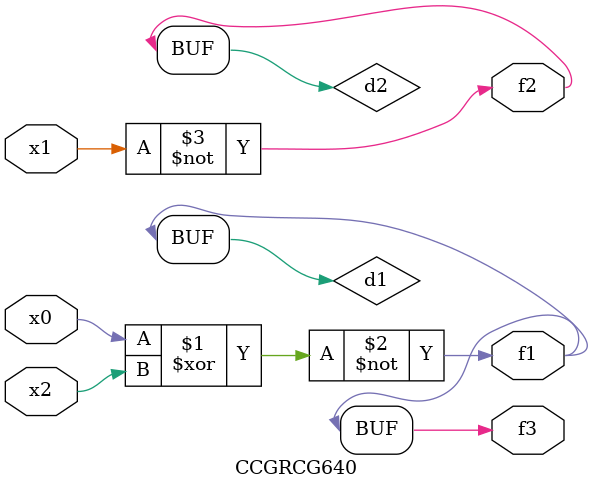
<source format=v>
module CCGRCG640(
	input x0, x1, x2,
	output f1, f2, f3
);

	wire d1, d2, d3;

	xnor (d1, x0, x2);
	nand (d2, x1);
	nor (d3, x1, x2);
	assign f1 = d1;
	assign f2 = d2;
	assign f3 = d1;
endmodule

</source>
